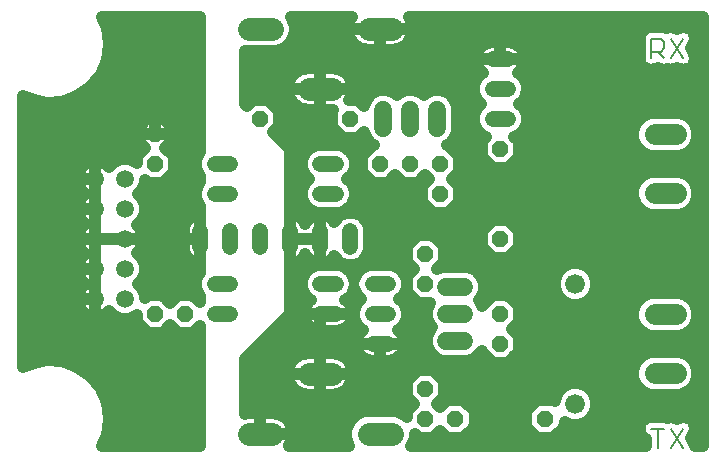
<source format=gtl>
G75*
%MOIN*%
%OFA0B0*%
%FSLAX24Y24*%
%IPPOS*%
%LPD*%
%AMOC8*
5,1,8,0,0,1.08239X$1,22.5*
%
%ADD10C,0.0060*%
%ADD11C,0.0705*%
%ADD12OC8,0.0520*%
%ADD13C,0.0520*%
%ADD14C,0.0600*%
%ADD15OC8,0.0560*%
%ADD16C,0.0780*%
%ADD17C,0.0594*%
%ADD18C,0.0660*%
%ADD19C,0.0400*%
D10*
X022744Y000830D02*
X022744Y001471D01*
X022957Y001471D02*
X022530Y001471D01*
X023175Y001471D02*
X023602Y000830D01*
X023175Y000830D02*
X023602Y001471D01*
X023602Y013830D02*
X023175Y014471D01*
X022957Y014364D02*
X022957Y014150D01*
X022851Y014044D01*
X022530Y014044D01*
X022744Y014044D02*
X022957Y013830D01*
X023175Y013830D02*
X023602Y014471D01*
X022957Y014364D02*
X022851Y014471D01*
X022530Y014471D01*
X022530Y013830D01*
D11*
X022648Y011284D02*
X023353Y011284D01*
X023353Y009316D02*
X022648Y009316D01*
X022648Y005284D02*
X023353Y005284D01*
X023353Y003316D02*
X022648Y003316D01*
D12*
X017500Y004300D03*
X017500Y005300D03*
X015000Y006300D03*
X015000Y007300D03*
X017500Y007800D03*
X015500Y009300D03*
X015500Y010300D03*
X014500Y010300D03*
X013500Y010300D03*
X012500Y011800D03*
X009500Y011800D03*
X006000Y011300D03*
X006000Y010300D03*
X006000Y005300D03*
X007000Y005300D03*
X015000Y002800D03*
X015000Y001800D03*
X017500Y010800D03*
D13*
X017760Y011800D02*
X017240Y011800D01*
X017240Y012800D02*
X017760Y012800D01*
X017760Y013800D02*
X017240Y013800D01*
X012020Y010300D02*
X011500Y010300D01*
X011500Y009300D02*
X012020Y009300D01*
X012500Y008060D02*
X012500Y007540D01*
X011500Y007540D02*
X011500Y008060D01*
X010500Y008060D02*
X010500Y007540D01*
X009500Y007540D02*
X009500Y008060D01*
X008500Y008060D02*
X008500Y007540D01*
X007500Y007540D02*
X007500Y008060D01*
X007980Y009300D02*
X008500Y009300D01*
X008500Y010300D02*
X007980Y010300D01*
X007980Y006300D02*
X008500Y006300D01*
X008500Y005300D02*
X007980Y005300D01*
X011500Y005300D02*
X012020Y005300D01*
X013240Y005300D02*
X013760Y005300D01*
X013760Y004300D02*
X013240Y004300D01*
X013240Y006300D02*
X013760Y006300D01*
X012020Y006300D02*
X011500Y006300D01*
D14*
X015700Y006200D02*
X016300Y006200D01*
X016300Y005300D02*
X015700Y005300D01*
X015700Y004400D02*
X016300Y004400D01*
X015400Y011500D02*
X015400Y012100D01*
X014500Y012100D02*
X014500Y011500D01*
X013600Y011500D02*
X013600Y012100D01*
D15*
X016000Y001800D03*
X019000Y001800D03*
D16*
X013890Y001300D02*
X013110Y001300D01*
X011890Y003300D02*
X011110Y003300D01*
X009890Y001300D02*
X009110Y001300D01*
X011110Y012800D02*
X011890Y012800D01*
X013110Y014800D02*
X013890Y014800D01*
X009890Y014800D02*
X009110Y014800D01*
D17*
X005000Y009800D03*
X004000Y009800D03*
X004000Y008800D03*
X005000Y008800D03*
X005000Y007800D03*
X004000Y007800D03*
X004000Y006800D03*
X005000Y006800D03*
X005000Y005800D03*
X004000Y005800D03*
D18*
X020000Y006300D03*
X020000Y002300D03*
D19*
X004388Y001271D02*
X004226Y000900D01*
X007500Y000900D01*
X007500Y004903D01*
X007490Y004913D01*
X007257Y004680D01*
X006743Y004680D01*
X006500Y004923D01*
X006257Y004680D01*
X005743Y004680D01*
X005380Y005043D01*
X005380Y005251D01*
X005372Y005243D01*
X005131Y005143D01*
X004870Y005143D01*
X004628Y005243D01*
X004457Y005414D01*
X004455Y005411D01*
X004389Y005345D01*
X004313Y005290D01*
X004229Y005247D01*
X004140Y005218D01*
X004047Y005203D01*
X004000Y005203D01*
X004000Y005800D01*
X003403Y005800D01*
X003403Y005753D01*
X003418Y005660D01*
X003447Y005571D01*
X003490Y005487D01*
X003545Y005411D01*
X003611Y005345D01*
X003687Y005290D01*
X003771Y005247D01*
X003860Y005218D01*
X003953Y005203D01*
X004000Y005203D01*
X004000Y005800D01*
X004000Y005800D01*
X003403Y005800D01*
X003403Y005847D01*
X003418Y005940D01*
X003447Y006029D01*
X003490Y006113D01*
X003545Y006189D01*
X003611Y006255D01*
X003673Y006300D01*
X003611Y006345D01*
X003545Y006411D01*
X003490Y006487D01*
X003447Y006571D01*
X003418Y006660D01*
X003403Y006753D01*
X003403Y006800D01*
X004000Y006800D01*
X004000Y006800D01*
X003403Y006800D01*
X003403Y006847D01*
X003418Y006940D01*
X003447Y007029D01*
X003490Y007113D01*
X003545Y007189D01*
X003611Y007255D01*
X003673Y007300D01*
X003611Y007345D01*
X003545Y007411D01*
X003490Y007487D01*
X003447Y007571D01*
X003418Y007660D01*
X003403Y007753D01*
X003403Y007800D01*
X004000Y007800D01*
X004000Y007800D01*
X003403Y007800D01*
X003403Y007847D01*
X003418Y007940D01*
X003447Y008029D01*
X003490Y008113D01*
X003545Y008189D01*
X003611Y008255D01*
X003673Y008300D01*
X003611Y008345D01*
X003545Y008411D01*
X003490Y008487D01*
X003447Y008571D01*
X003418Y008660D01*
X003403Y008753D01*
X003403Y008800D01*
X004000Y008800D01*
X004000Y008800D01*
X003403Y008800D01*
X003403Y008847D01*
X003418Y008940D01*
X003447Y009029D01*
X003490Y009113D01*
X003545Y009189D01*
X003611Y009255D01*
X003673Y009300D01*
X003611Y009345D01*
X003545Y009411D01*
X003490Y009487D01*
X003447Y009571D01*
X003418Y009660D01*
X003403Y009753D01*
X003403Y009800D01*
X004000Y009800D01*
X004000Y009800D01*
X003403Y009800D01*
X003403Y009847D01*
X003418Y009940D01*
X003447Y010029D01*
X003490Y010113D01*
X003545Y010189D01*
X003611Y010255D01*
X003687Y010310D01*
X003771Y010353D01*
X003860Y010382D01*
X003953Y010397D01*
X004000Y010397D01*
X004000Y009800D01*
X004000Y009800D01*
X004000Y009800D01*
X004000Y008800D01*
X004000Y008800D01*
X004000Y007800D01*
X004000Y007800D01*
X004000Y006800D01*
X004000Y006800D01*
X004000Y005800D01*
X004000Y005800D01*
X004000Y005800D01*
X004000Y006203D01*
X004000Y006800D01*
X004000Y006800D01*
X004000Y007203D01*
X004000Y007800D01*
X004000Y007800D01*
X004000Y008203D01*
X004000Y008800D01*
X004000Y008800D01*
X004000Y009397D01*
X004000Y009800D01*
X004000Y010397D01*
X004047Y010397D01*
X004140Y010382D01*
X004229Y010353D01*
X004313Y010310D01*
X004389Y010255D01*
X004455Y010189D01*
X004457Y010186D01*
X004628Y010357D01*
X004870Y010457D01*
X005131Y010457D01*
X005372Y010357D01*
X005380Y010349D01*
X005380Y010557D01*
X005666Y010842D01*
X005440Y011068D01*
X005440Y011300D01*
X006000Y011300D01*
X006000Y011300D01*
X005440Y011300D01*
X005440Y011532D01*
X005768Y011860D01*
X006000Y011860D01*
X006000Y011300D01*
X006000Y011300D01*
X006000Y011860D01*
X006232Y011860D01*
X006560Y011532D01*
X006560Y011300D01*
X006000Y011300D01*
X006000Y011300D01*
X006560Y011300D01*
X006560Y011068D01*
X006335Y010842D01*
X006620Y010557D01*
X006620Y010043D01*
X006257Y009680D01*
X005743Y009680D01*
X005657Y009766D01*
X005657Y009669D01*
X005557Y009428D01*
X005429Y009300D01*
X005557Y009172D01*
X005657Y008931D01*
X005657Y008669D01*
X005557Y008428D01*
X005386Y008257D01*
X005389Y008255D01*
X005455Y008189D01*
X005511Y008113D01*
X005553Y008029D01*
X005582Y007940D01*
X005597Y007847D01*
X005597Y007800D01*
X005000Y007800D01*
X004000Y007800D01*
X004597Y007800D01*
X005000Y007800D01*
X005000Y007800D01*
X005597Y007800D01*
X005597Y007753D01*
X005582Y007660D01*
X005553Y007571D01*
X005511Y007487D01*
X005455Y007411D01*
X005389Y007345D01*
X005386Y007343D01*
X005557Y007172D01*
X005657Y006931D01*
X005657Y006669D01*
X005557Y006428D01*
X005429Y006300D01*
X005557Y006172D01*
X005657Y005931D01*
X005657Y005834D01*
X005743Y005920D01*
X006257Y005920D01*
X006500Y005677D01*
X006743Y005920D01*
X007257Y005920D01*
X007490Y005687D01*
X007500Y005697D01*
X007500Y005903D01*
X007455Y005949D01*
X007360Y006177D01*
X007360Y006423D01*
X007455Y006651D01*
X007500Y006697D01*
X007500Y007800D01*
X006940Y007800D01*
X007500Y007800D01*
X007500Y007800D01*
X007500Y008620D01*
X007456Y008620D01*
X007369Y008606D01*
X007285Y008579D01*
X007207Y008539D01*
X007135Y008487D01*
X007073Y008425D01*
X007021Y008354D01*
X006981Y008275D01*
X006954Y008191D01*
X006940Y008104D01*
X006940Y007800D01*
X006940Y007496D01*
X006954Y007409D01*
X006981Y007325D01*
X007021Y007246D01*
X007073Y007175D01*
X007135Y007113D01*
X007207Y007061D01*
X007285Y007021D01*
X007369Y006994D01*
X007456Y006980D01*
X007500Y006980D01*
X007500Y007800D01*
X007500Y007800D01*
X007500Y007800D01*
X007500Y008903D01*
X007455Y008949D01*
X007360Y009177D01*
X007360Y009423D01*
X007455Y009651D01*
X007500Y009697D01*
X007500Y009903D01*
X007455Y009949D01*
X007360Y010177D01*
X007360Y010423D01*
X007455Y010651D01*
X007500Y010697D01*
X007500Y015196D01*
X004228Y015196D01*
X004388Y014829D01*
X004460Y014300D01*
X004388Y013771D01*
X004388Y013771D01*
X004175Y013282D01*
X004175Y013282D01*
X003838Y012868D01*
X003838Y012868D01*
X003838Y012868D01*
X003402Y012560D01*
X003402Y012560D01*
X002899Y012381D01*
X002899Y012381D01*
X002366Y012345D01*
X002366Y012345D01*
X001844Y012453D01*
X001844Y012453D01*
X001600Y012579D01*
X001600Y003521D01*
X001844Y003647D01*
X001844Y003647D01*
X002366Y003755D01*
X002366Y003755D01*
X002899Y003719D01*
X002899Y003719D01*
X003402Y003540D01*
X003402Y003540D01*
X003838Y003232D01*
X003838Y003232D01*
X004175Y002818D01*
X004175Y002818D01*
X004388Y002329D01*
X004388Y002329D01*
X004460Y001800D01*
X004388Y001271D01*
X004388Y001271D01*
X004312Y001097D02*
X007500Y001097D01*
X007500Y001496D02*
X004418Y001496D01*
X004447Y001894D02*
X007500Y001894D01*
X007500Y002293D02*
X004393Y002293D01*
X004230Y002691D02*
X007500Y002691D01*
X007500Y003090D02*
X003954Y003090D01*
X003476Y003488D02*
X007500Y003488D01*
X007500Y003887D02*
X001600Y003887D01*
X001600Y004285D02*
X007500Y004285D01*
X007500Y004684D02*
X007261Y004684D01*
X006740Y004684D02*
X006261Y004684D01*
X005740Y004684D02*
X001600Y004684D01*
X001600Y005082D02*
X005380Y005082D01*
X005657Y005879D02*
X005702Y005879D01*
X005452Y006278D02*
X007360Y006278D01*
X007298Y005879D02*
X007500Y005879D01*
X006702Y005879D02*
X006298Y005879D01*
X005657Y006676D02*
X007479Y006676D01*
X007500Y007075D02*
X007500Y007075D01*
X007188Y007075D02*
X005598Y007075D01*
X005500Y007473D02*
X006944Y007473D01*
X006940Y007872D02*
X005593Y007872D01*
X005399Y008270D02*
X006980Y008270D01*
X007500Y008270D02*
X007500Y008270D01*
X007500Y008669D02*
X005657Y008669D01*
X005601Y009067D02*
X007406Y009067D01*
X007378Y009466D02*
X005573Y009466D01*
X006441Y009864D02*
X007500Y009864D01*
X007360Y010263D02*
X006620Y010263D01*
X006516Y010661D02*
X007464Y010661D01*
X007500Y011060D02*
X006552Y011060D01*
X006560Y011458D02*
X007500Y011458D01*
X007500Y011857D02*
X006236Y011857D01*
X006000Y011857D02*
X006000Y011857D01*
X005765Y011857D02*
X001600Y011857D01*
X001600Y011458D02*
X005440Y011458D01*
X006000Y011458D02*
X006000Y011458D01*
X005449Y011060D02*
X001600Y011060D01*
X001600Y010661D02*
X005484Y010661D01*
X004534Y010263D02*
X004379Y010263D01*
X004000Y010263D02*
X004000Y010263D01*
X003621Y010263D02*
X001600Y010263D01*
X001600Y009864D02*
X003406Y009864D01*
X004000Y009864D02*
X004000Y009864D01*
X004000Y009466D02*
X004000Y009466D01*
X004000Y009067D02*
X004000Y009067D01*
X003466Y009067D02*
X001600Y009067D01*
X001600Y009466D02*
X003506Y009466D01*
X003417Y008669D02*
X001600Y008669D01*
X001600Y008270D02*
X003632Y008270D01*
X004000Y008270D02*
X004000Y008270D01*
X004000Y008669D02*
X004000Y008669D01*
X004000Y007872D02*
X004000Y007872D01*
X004000Y007800D02*
X004000Y007800D01*
X004000Y007473D02*
X004000Y007473D01*
X003500Y007473D02*
X001600Y007473D01*
X001600Y007872D02*
X003407Y007872D01*
X003470Y007075D02*
X001600Y007075D01*
X001600Y006676D02*
X003416Y006676D01*
X004000Y006676D02*
X004000Y006676D01*
X004000Y007075D02*
X004000Y007075D01*
X004000Y006278D02*
X004000Y006278D01*
X003642Y006278D02*
X001600Y006278D01*
X001600Y005879D02*
X003408Y005879D01*
X003495Y005481D02*
X001600Y005481D01*
X004000Y005481D02*
X004000Y005481D01*
X004000Y005879D02*
X004000Y005879D01*
X005000Y007800D02*
X005000Y007800D01*
X007500Y007872D02*
X007500Y007872D01*
X007500Y007473D02*
X007500Y007473D01*
X010500Y007473D02*
X010500Y007473D01*
X010500Y007800D02*
X010500Y006980D01*
X010544Y006980D01*
X010631Y006994D01*
X010715Y007021D01*
X010794Y007061D01*
X010865Y007113D01*
X010927Y007175D01*
X010979Y007246D01*
X011000Y007288D01*
X011021Y007246D01*
X011073Y007175D01*
X011135Y007113D01*
X011207Y007061D01*
X011285Y007021D01*
X011369Y006994D01*
X011456Y006980D01*
X011500Y006980D01*
X011500Y007800D01*
X010940Y007800D01*
X010500Y007800D01*
X010500Y007800D01*
X010500Y005300D01*
X009000Y003800D01*
X009000Y001981D01*
X009065Y001990D01*
X009500Y001990D01*
X009500Y001300D01*
X009500Y001300D01*
X009500Y001990D01*
X009935Y001990D01*
X010025Y001978D01*
X010113Y001955D01*
X010196Y001920D01*
X010274Y001875D01*
X010346Y001820D01*
X010410Y001756D01*
X010465Y001684D01*
X010510Y001606D01*
X010545Y001522D01*
X010568Y001435D01*
X010580Y001345D01*
X010580Y001300D01*
X009500Y001300D01*
X009500Y001300D01*
X010580Y001300D01*
X010580Y001255D01*
X010568Y001165D01*
X010545Y001078D01*
X010510Y000994D01*
X010465Y000916D01*
X010453Y000900D01*
X012464Y000900D01*
X012360Y001151D01*
X012360Y001449D01*
X012474Y001725D01*
X012685Y001936D01*
X012961Y002050D01*
X014039Y002050D01*
X014315Y001936D01*
X014380Y001871D01*
X014380Y002057D01*
X014623Y002300D01*
X014380Y002543D01*
X014380Y003057D01*
X014743Y003420D01*
X015257Y003420D01*
X015620Y003057D01*
X015620Y002543D01*
X015377Y002300D01*
X015486Y002191D01*
X015735Y002440D01*
X016265Y002440D01*
X016640Y002065D01*
X016640Y001535D01*
X016265Y001160D01*
X015735Y001160D01*
X015486Y001409D01*
X015257Y001180D01*
X014743Y001180D01*
X014640Y001283D01*
X014640Y001151D01*
X014536Y000900D01*
X022354Y000900D01*
X022354Y001122D01*
X022309Y001140D01*
X022200Y001250D01*
X022140Y001393D01*
X022140Y001548D01*
X022200Y001691D01*
X022309Y001801D01*
X022453Y001861D01*
X023035Y001861D01*
X023068Y001847D01*
X023175Y001868D01*
X023327Y001838D01*
X023388Y001797D01*
X023449Y001838D01*
X023601Y001868D01*
X023754Y001838D01*
X023883Y001752D01*
X023969Y001623D01*
X023999Y001471D01*
X023969Y001319D01*
X023857Y001150D01*
X023969Y000982D01*
X023986Y000900D01*
X024270Y000900D01*
X024270Y015196D01*
X014456Y015196D01*
X014465Y015184D01*
X014510Y015106D01*
X014545Y015022D01*
X014568Y014935D01*
X014580Y014845D01*
X014580Y014800D01*
X013500Y014800D01*
X012420Y014800D01*
X012420Y014755D01*
X012432Y014665D01*
X012455Y014578D01*
X012490Y014494D01*
X012535Y014416D01*
X012590Y014344D01*
X012654Y014280D01*
X012726Y014225D01*
X012804Y014180D01*
X012888Y014145D01*
X012975Y014122D01*
X013065Y014110D01*
X013500Y014110D01*
X013500Y014800D01*
X013500Y014800D01*
X012420Y014800D01*
X012420Y014845D01*
X012432Y014935D01*
X012455Y015022D01*
X012490Y015106D01*
X012535Y015184D01*
X012544Y015196D01*
X010538Y015196D01*
X010640Y014949D01*
X010640Y014651D01*
X010526Y014375D01*
X010315Y014164D01*
X010039Y014050D01*
X009000Y014050D01*
X009000Y012300D01*
X009062Y012238D01*
X009243Y012420D01*
X009757Y012420D01*
X010120Y012057D01*
X010120Y011543D01*
X009939Y011362D01*
X010500Y010800D01*
X010500Y007800D01*
X010500Y007800D01*
X010500Y008620D01*
X010544Y008620D01*
X010631Y008606D01*
X010715Y008579D01*
X010794Y008539D01*
X010865Y008487D01*
X010927Y008425D01*
X010979Y008354D01*
X011000Y008312D01*
X011021Y008354D01*
X011073Y008425D01*
X011135Y008487D01*
X011207Y008539D01*
X011285Y008579D01*
X011369Y008606D01*
X011456Y008620D01*
X011500Y008620D01*
X011500Y007800D01*
X011500Y007800D01*
X010500Y007800D01*
X010500Y007800D01*
X010500Y007872D02*
X010500Y007872D01*
X010500Y008270D02*
X010500Y008270D01*
X010500Y008669D02*
X012349Y008669D01*
X012377Y008680D02*
X012149Y008586D01*
X011975Y008411D01*
X011961Y008378D01*
X011927Y008425D01*
X011865Y008487D01*
X011794Y008539D01*
X011715Y008579D01*
X011631Y008606D01*
X011544Y008620D01*
X011500Y008620D01*
X011500Y007800D01*
X011500Y007800D01*
X011500Y007800D01*
X011500Y006980D01*
X011544Y006980D01*
X011631Y006994D01*
X011715Y007021D01*
X011794Y007061D01*
X011865Y007113D01*
X011927Y007175D01*
X011961Y007222D01*
X011975Y007189D01*
X012149Y007014D01*
X012377Y006920D01*
X012624Y006920D01*
X012851Y007014D01*
X013026Y007189D01*
X013120Y007417D01*
X013120Y008183D01*
X013026Y008411D01*
X012851Y008586D01*
X012624Y008680D01*
X012377Y008680D01*
X012371Y008774D02*
X012546Y008949D01*
X012640Y009177D01*
X012640Y009423D01*
X012546Y009651D01*
X012397Y009800D01*
X012546Y009949D01*
X012640Y010177D01*
X012640Y010423D01*
X012546Y010651D01*
X012371Y010826D01*
X012144Y010920D01*
X011377Y010920D01*
X011149Y010826D01*
X010975Y010651D01*
X010880Y010423D01*
X010880Y010177D01*
X010975Y009949D01*
X011123Y009800D01*
X010975Y009651D01*
X010880Y009423D01*
X010880Y009177D01*
X010975Y008949D01*
X011149Y008774D01*
X011377Y008680D01*
X012144Y008680D01*
X012371Y008774D01*
X012651Y008669D02*
X022348Y008669D01*
X022244Y008712D02*
X022506Y008603D01*
X023494Y008603D01*
X023756Y008712D01*
X023957Y008912D01*
X024065Y009174D01*
X024065Y009457D01*
X023957Y009719D01*
X023756Y009920D01*
X023494Y010028D01*
X022506Y010028D01*
X022244Y009920D01*
X022044Y009719D01*
X021935Y009457D01*
X021935Y009174D01*
X022044Y008912D01*
X022244Y008712D01*
X021980Y009067D02*
X016120Y009067D01*
X016120Y009043D02*
X016120Y009557D01*
X015877Y009800D01*
X016120Y010043D01*
X016120Y010557D01*
X015757Y010920D01*
X015725Y010920D01*
X015774Y010940D01*
X015960Y011126D01*
X016060Y011369D01*
X016060Y012231D01*
X015960Y012474D01*
X015774Y012660D01*
X015532Y012760D01*
X015269Y012760D01*
X015026Y012660D01*
X014950Y012583D01*
X014874Y012660D01*
X014632Y012760D01*
X014369Y012760D01*
X014126Y012660D01*
X014050Y012583D01*
X013974Y012660D01*
X013732Y012760D01*
X013469Y012760D01*
X013226Y012660D01*
X013041Y012474D01*
X012942Y012235D01*
X012757Y012420D01*
X012468Y012420D01*
X012510Y012494D01*
X012545Y012578D01*
X012568Y012665D01*
X012580Y012755D01*
X012580Y012800D01*
X012580Y012845D01*
X012568Y012935D01*
X012545Y013022D01*
X012510Y013106D01*
X012465Y013184D01*
X012410Y013256D01*
X012346Y013320D01*
X012274Y013375D01*
X012196Y013420D01*
X012113Y013455D01*
X012025Y013478D01*
X011935Y013490D01*
X011500Y013490D01*
X011065Y013490D01*
X010975Y013478D01*
X010888Y013455D01*
X010804Y013420D01*
X010726Y013375D01*
X010654Y013320D01*
X010590Y013256D01*
X010535Y013184D01*
X010490Y013106D01*
X010455Y013022D01*
X010432Y012935D01*
X010420Y012845D01*
X010420Y012800D01*
X010420Y012755D01*
X010432Y012665D01*
X010455Y012578D01*
X010490Y012494D01*
X010535Y012416D01*
X010590Y012344D01*
X010654Y012280D01*
X010726Y012225D01*
X010804Y012180D01*
X010888Y012145D01*
X010975Y012122D01*
X011065Y012110D01*
X011500Y012110D01*
X011500Y012800D01*
X010420Y012800D01*
X011500Y012800D01*
X011500Y012800D01*
X011500Y013490D01*
X011500Y012800D01*
X011500Y012800D01*
X011500Y012800D01*
X011500Y012110D01*
X011933Y012110D01*
X011880Y012057D01*
X011880Y011543D01*
X012243Y011180D01*
X012757Y011180D01*
X012942Y011365D01*
X013041Y011126D01*
X013226Y010940D01*
X013276Y010920D01*
X013243Y010920D01*
X012880Y010557D01*
X012880Y010043D01*
X013243Y009680D01*
X013757Y009680D01*
X014000Y009923D01*
X014243Y009680D01*
X014757Y009680D01*
X015000Y009923D01*
X015123Y009800D01*
X014880Y009557D01*
X014880Y009043D01*
X015243Y008680D01*
X015757Y008680D01*
X016120Y009043D01*
X016120Y009466D02*
X021939Y009466D01*
X022188Y009864D02*
X015941Y009864D01*
X016120Y010263D02*
X017161Y010263D01*
X017243Y010180D02*
X017757Y010180D01*
X018120Y010543D01*
X018120Y011057D01*
X017964Y011213D01*
X018111Y011274D01*
X018286Y011449D01*
X018380Y011677D01*
X018380Y011923D01*
X018286Y012151D01*
X018137Y012300D01*
X018286Y012449D01*
X018380Y012677D01*
X018380Y012923D01*
X018286Y013151D01*
X018111Y013326D01*
X018079Y013339D01*
X018125Y013373D01*
X018187Y013435D01*
X018239Y013506D01*
X018279Y013585D01*
X018306Y013669D01*
X018320Y013756D01*
X018320Y013800D01*
X018320Y013844D01*
X018306Y013931D01*
X018279Y014015D01*
X018239Y014094D01*
X018187Y014165D01*
X018125Y014227D01*
X018054Y014279D01*
X017975Y014319D01*
X017891Y014346D01*
X017804Y014360D01*
X017500Y014360D01*
X017196Y014360D01*
X017109Y014346D01*
X017025Y014319D01*
X016947Y014279D01*
X016875Y014227D01*
X016813Y014165D01*
X016761Y014094D01*
X016721Y014015D01*
X016694Y013931D01*
X016680Y013844D01*
X016680Y013800D01*
X016680Y013756D01*
X016694Y013669D01*
X016721Y013585D01*
X016761Y013506D01*
X016813Y013435D01*
X016875Y013373D01*
X016922Y013339D01*
X016889Y013326D01*
X016715Y013151D01*
X016620Y012923D01*
X016620Y012677D01*
X016715Y012449D01*
X016863Y012300D01*
X016715Y012151D01*
X016620Y011923D01*
X016620Y011677D01*
X016715Y011449D01*
X016889Y011274D01*
X017037Y011213D01*
X016880Y011057D01*
X016880Y010543D01*
X017243Y010180D01*
X017840Y010263D02*
X024270Y010263D01*
X024270Y009864D02*
X023812Y009864D01*
X024062Y009466D02*
X024270Y009466D01*
X024270Y009067D02*
X024021Y009067D01*
X024270Y008669D02*
X023652Y008669D01*
X024270Y008270D02*
X017907Y008270D01*
X017757Y008420D02*
X017243Y008420D01*
X016880Y008057D01*
X016880Y007543D01*
X017243Y007180D01*
X017757Y007180D01*
X018120Y007543D01*
X018120Y008057D01*
X017757Y008420D01*
X017093Y008270D02*
X013084Y008270D01*
X013120Y007872D02*
X014695Y007872D01*
X014743Y007920D02*
X014380Y007557D01*
X014380Y007043D01*
X014623Y006800D01*
X014380Y006557D01*
X014380Y006043D01*
X014743Y005680D01*
X015147Y005680D01*
X015141Y005674D01*
X015040Y005431D01*
X015040Y005169D01*
X015141Y004926D01*
X015217Y004850D01*
X015141Y004774D01*
X015040Y004531D01*
X015040Y004269D01*
X015141Y004026D01*
X015326Y003840D01*
X015569Y003740D01*
X016432Y003740D01*
X016674Y003840D01*
X016860Y004026D01*
X016880Y004076D01*
X016880Y004043D01*
X017243Y003680D01*
X017757Y003680D01*
X018120Y004043D01*
X018120Y004557D01*
X017877Y004800D01*
X018120Y005043D01*
X018120Y005557D01*
X017757Y005920D01*
X017243Y005920D01*
X016900Y005577D01*
X016860Y005674D01*
X016784Y005750D01*
X016860Y005826D01*
X016960Y006069D01*
X016960Y006331D01*
X016860Y006574D01*
X016674Y006760D01*
X016432Y006860D01*
X015569Y006860D01*
X015391Y006786D01*
X015377Y006800D01*
X015620Y007043D01*
X015620Y007557D01*
X015257Y007920D01*
X014743Y007920D01*
X015306Y007872D02*
X016880Y007872D01*
X016950Y007473D02*
X015620Y007473D01*
X015620Y007075D02*
X024270Y007075D01*
X024270Y006676D02*
X020591Y006676D01*
X020585Y006691D02*
X020391Y006885D01*
X020137Y006990D01*
X019863Y006990D01*
X019609Y006885D01*
X019415Y006691D01*
X019310Y006437D01*
X019310Y006163D01*
X019415Y005909D01*
X019609Y005715D01*
X019863Y005610D01*
X020137Y005610D01*
X020391Y005715D01*
X020585Y005909D01*
X020690Y006163D01*
X020690Y006437D01*
X020585Y006691D01*
X020690Y006278D02*
X024270Y006278D01*
X024270Y005879D02*
X023766Y005879D01*
X023756Y005888D02*
X023494Y005997D01*
X022506Y005997D01*
X022244Y005888D01*
X022044Y005688D01*
X021935Y005426D01*
X021935Y005143D01*
X022044Y004881D01*
X022244Y004680D01*
X022506Y004572D01*
X023494Y004572D01*
X023756Y004680D01*
X023957Y004881D01*
X024065Y005143D01*
X024065Y005426D01*
X023957Y005688D01*
X023756Y005888D01*
X024043Y005481D02*
X024270Y005481D01*
X024270Y005082D02*
X024040Y005082D01*
X024270Y004684D02*
X023760Y004684D01*
X024270Y004285D02*
X018120Y004285D01*
X017964Y003887D02*
X022211Y003887D01*
X022244Y003920D02*
X022044Y003719D01*
X021935Y003457D01*
X021935Y003174D01*
X022044Y002912D01*
X022244Y002712D01*
X022506Y002603D01*
X023494Y002603D01*
X023756Y002712D01*
X023957Y002912D01*
X024065Y003174D01*
X024065Y003457D01*
X023957Y003719D01*
X023756Y003920D01*
X023494Y004028D01*
X022506Y004028D01*
X022244Y003920D01*
X021948Y003488D02*
X012554Y003488D01*
X012545Y003522D02*
X012510Y003606D01*
X012465Y003684D01*
X012410Y003756D01*
X012346Y003820D01*
X012274Y003875D01*
X012196Y003920D01*
X012113Y003955D01*
X012025Y003978D01*
X011935Y003990D01*
X011500Y003990D01*
X011065Y003990D01*
X010975Y003978D01*
X010888Y003955D01*
X010804Y003920D01*
X010726Y003875D01*
X010654Y003820D01*
X010590Y003756D01*
X010535Y003684D01*
X010490Y003606D01*
X010455Y003522D01*
X010432Y003435D01*
X010420Y003345D01*
X010420Y003300D01*
X010420Y003255D01*
X010432Y003165D01*
X010455Y003078D01*
X010490Y002994D01*
X010535Y002916D01*
X010590Y002844D01*
X010654Y002780D01*
X010726Y002725D01*
X010804Y002680D01*
X010888Y002645D01*
X010975Y002622D01*
X011065Y002610D01*
X011500Y002610D01*
X011500Y003300D01*
X010420Y003300D01*
X011500Y003300D01*
X011500Y003300D01*
X011500Y003300D01*
X011500Y003990D01*
X011500Y003300D01*
X011500Y003300D01*
X011500Y002610D01*
X011935Y002610D01*
X012025Y002622D01*
X012113Y002645D01*
X012196Y002680D01*
X012274Y002725D01*
X012346Y002780D01*
X012410Y002844D01*
X012465Y002916D01*
X012510Y002994D01*
X012545Y003078D01*
X012568Y003165D01*
X012580Y003255D01*
X012580Y003300D01*
X012580Y003345D01*
X012568Y003435D01*
X012545Y003522D01*
X012580Y003300D02*
X011500Y003300D01*
X011500Y003300D01*
X012580Y003300D01*
X012548Y003090D02*
X014413Y003090D01*
X014380Y002691D02*
X012215Y002691D01*
X011500Y002691D02*
X011500Y002691D01*
X011500Y003090D02*
X011500Y003090D01*
X011500Y003488D02*
X011500Y003488D01*
X011500Y003887D02*
X011500Y003887D01*
X010746Y003887D02*
X009087Y003887D01*
X009485Y004285D02*
X012680Y004285D01*
X012680Y004300D02*
X012680Y004256D01*
X012694Y004169D01*
X012721Y004085D01*
X012761Y004006D01*
X012813Y003935D01*
X012875Y003873D01*
X012947Y003821D01*
X013025Y003781D01*
X013109Y003754D01*
X013196Y003740D01*
X013500Y003740D01*
X013500Y004300D01*
X012680Y004300D01*
X013500Y004300D01*
X013500Y004300D01*
X013500Y004300D01*
X013500Y003740D01*
X013804Y003740D01*
X013891Y003754D01*
X013975Y003781D01*
X014054Y003821D01*
X014125Y003873D01*
X014187Y003935D01*
X014239Y004006D01*
X014279Y004085D01*
X014306Y004169D01*
X014320Y004256D01*
X014320Y004300D01*
X014320Y004344D01*
X014306Y004431D01*
X014279Y004515D01*
X014239Y004594D01*
X014187Y004665D01*
X014125Y004727D01*
X014079Y004761D01*
X014111Y004774D01*
X014286Y004949D01*
X014380Y005177D01*
X014380Y005423D01*
X014286Y005651D01*
X014137Y005800D01*
X014286Y005949D01*
X014380Y006177D01*
X014380Y006423D01*
X014286Y006651D01*
X014111Y006826D01*
X013884Y006920D01*
X013117Y006920D01*
X012889Y006826D01*
X012715Y006651D01*
X012630Y006447D01*
X012546Y006651D01*
X012371Y006826D01*
X012144Y006920D01*
X011377Y006920D01*
X011149Y006826D01*
X010975Y006651D01*
X010880Y006423D01*
X010880Y006177D01*
X010975Y005949D01*
X011149Y005774D01*
X011182Y005761D01*
X011135Y005727D01*
X011073Y005665D01*
X011021Y005594D01*
X010981Y005515D01*
X010954Y005431D01*
X010940Y005344D01*
X010940Y005300D01*
X010940Y005256D01*
X010954Y005169D01*
X010981Y005085D01*
X011021Y005006D01*
X011073Y004935D01*
X011135Y004873D01*
X011207Y004821D01*
X011285Y004781D01*
X011369Y004754D01*
X011456Y004740D01*
X011500Y004740D01*
X011500Y005300D01*
X010940Y005300D01*
X011500Y005300D01*
X011500Y005300D01*
X011500Y005300D01*
X011500Y004740D01*
X012064Y004740D01*
X012151Y004754D01*
X012235Y004781D01*
X012314Y004821D01*
X012385Y004873D01*
X012447Y004935D01*
X012499Y005006D01*
X012539Y005085D01*
X012566Y005169D01*
X012580Y005256D01*
X012580Y005300D01*
X012580Y005344D01*
X012566Y005431D01*
X012539Y005515D01*
X012499Y005594D01*
X012447Y005665D01*
X012385Y005727D01*
X012339Y005761D01*
X012371Y005774D01*
X012546Y005949D01*
X012630Y006153D01*
X012715Y005949D01*
X012863Y005800D01*
X012715Y005651D01*
X012620Y005423D01*
X012620Y005177D01*
X012715Y004949D01*
X012889Y004774D01*
X012922Y004761D01*
X012875Y004727D01*
X012813Y004665D01*
X012761Y004594D01*
X012721Y004515D01*
X012694Y004431D01*
X012680Y004344D01*
X012680Y004300D01*
X012862Y003887D02*
X012254Y003887D01*
X012832Y004684D02*
X009884Y004684D01*
X010282Y005082D02*
X010983Y005082D01*
X011500Y005082D02*
X011500Y005082D01*
X011500Y005300D02*
X011500Y005300D01*
X012580Y005300D01*
X011500Y005300D01*
X010970Y005481D02*
X010500Y005481D01*
X010500Y005879D02*
X011044Y005879D01*
X010880Y006278D02*
X010500Y006278D01*
X010500Y006676D02*
X010999Y006676D01*
X010812Y007075D02*
X011188Y007075D01*
X011500Y007075D02*
X011500Y007075D01*
X011812Y007075D02*
X012089Y007075D01*
X012521Y006676D02*
X012739Y006676D01*
X012912Y007075D02*
X014380Y007075D01*
X014261Y006676D02*
X014499Y006676D01*
X014380Y006278D02*
X014380Y006278D01*
X014216Y005879D02*
X014544Y005879D01*
X014357Y005481D02*
X015061Y005481D01*
X015076Y005082D02*
X014341Y005082D01*
X014169Y004684D02*
X015103Y004684D01*
X015040Y004285D02*
X014320Y004285D01*
X014320Y004300D02*
X013500Y004300D01*
X014320Y004300D01*
X014139Y003887D02*
X015280Y003887D01*
X015588Y003090D02*
X021970Y003090D01*
X022294Y002691D02*
X020585Y002691D01*
X020391Y002885D01*
X020137Y002990D01*
X019863Y002990D01*
X019609Y002885D01*
X019415Y002691D01*
X019310Y002437D01*
X019310Y002395D01*
X019265Y002440D01*
X018735Y002440D01*
X018360Y002065D01*
X018360Y001535D01*
X018735Y001160D01*
X019265Y001160D01*
X019640Y001535D01*
X019640Y001702D01*
X019863Y001610D01*
X020137Y001610D01*
X020391Y001715D01*
X020585Y001909D01*
X020690Y002163D01*
X020690Y002437D01*
X020585Y002691D01*
X020690Y002293D02*
X024270Y002293D01*
X024270Y002691D02*
X023706Y002691D01*
X024030Y003090D02*
X024270Y003090D01*
X024270Y003488D02*
X024053Y003488D01*
X024270Y003887D02*
X023790Y003887D01*
X022241Y004684D02*
X017994Y004684D01*
X018120Y005082D02*
X021960Y005082D01*
X021958Y005481D02*
X018120Y005481D01*
X017798Y005879D02*
X019445Y005879D01*
X019310Y006278D02*
X016960Y006278D01*
X016882Y005879D02*
X017202Y005879D01*
X016758Y006676D02*
X019409Y006676D01*
X020555Y005879D02*
X022235Y005879D01*
X024270Y007473D02*
X018050Y007473D01*
X018120Y007872D02*
X024270Y007872D01*
X023494Y010572D02*
X022506Y010572D01*
X022244Y010680D01*
X022044Y010881D01*
X021935Y011143D01*
X021935Y011426D01*
X022044Y011688D01*
X022244Y011888D01*
X022506Y011997D01*
X023494Y011997D01*
X023756Y011888D01*
X023957Y011688D01*
X024065Y011426D01*
X024065Y011143D01*
X023957Y010881D01*
X023756Y010680D01*
X023494Y010572D01*
X023710Y010661D02*
X024270Y010661D01*
X024270Y011060D02*
X024031Y011060D01*
X024052Y011458D02*
X024270Y011458D01*
X024270Y011857D02*
X023788Y011857D01*
X024270Y012255D02*
X018182Y012255D01*
X018371Y012654D02*
X024270Y012654D01*
X024270Y013052D02*
X018327Y013052D01*
X018199Y013451D02*
X022427Y013451D01*
X022453Y013440D02*
X022608Y013440D01*
X022744Y013496D01*
X022880Y013440D01*
X023035Y013440D01*
X023068Y013454D01*
X023175Y013432D01*
X023327Y013463D01*
X023388Y013504D01*
X023449Y013463D01*
X023601Y013432D01*
X023754Y013462D01*
X023883Y013549D01*
X023969Y013677D01*
X023999Y013830D01*
X023969Y013982D01*
X023857Y014150D01*
X023969Y014319D01*
X023999Y014471D01*
X023969Y014623D01*
X023883Y014752D01*
X023754Y014838D01*
X023601Y014868D01*
X023449Y014838D01*
X023388Y014797D01*
X023327Y014838D01*
X023175Y014868D01*
X023023Y014838D01*
X023007Y014828D01*
X022928Y014861D01*
X022453Y014861D01*
X022309Y014801D01*
X022200Y014691D01*
X022140Y014548D01*
X022140Y013966D01*
X022140Y013752D01*
X022200Y013609D01*
X022309Y013499D01*
X022453Y013440D01*
X022633Y013451D02*
X022854Y013451D01*
X023060Y013451D02*
X023083Y013451D01*
X023266Y013451D02*
X023511Y013451D01*
X023693Y013451D02*
X024270Y013451D01*
X024270Y013849D02*
X023996Y013849D01*
X023922Y014248D02*
X024270Y014248D01*
X024270Y014646D02*
X023954Y014646D01*
X024270Y015045D02*
X014536Y015045D01*
X014580Y014800D02*
X013500Y014800D01*
X013500Y014800D01*
X013500Y014110D01*
X013935Y014110D01*
X014025Y014122D01*
X014113Y014145D01*
X014196Y014180D01*
X014274Y014225D01*
X014346Y014280D01*
X014410Y014344D01*
X014465Y014416D01*
X014510Y014494D01*
X014545Y014578D01*
X014568Y014665D01*
X014580Y014755D01*
X014580Y014800D01*
X014563Y014646D02*
X022181Y014646D01*
X022140Y014248D02*
X018097Y014248D01*
X018319Y013849D02*
X022140Y013849D01*
X022212Y011857D02*
X018380Y011857D01*
X018290Y011458D02*
X021949Y011458D01*
X021970Y011060D02*
X018118Y011060D01*
X018120Y010661D02*
X022291Y010661D01*
X018320Y013800D02*
X017500Y013800D01*
X016680Y013800D01*
X017500Y013800D01*
X017500Y013800D01*
X017500Y014360D01*
X017500Y013800D01*
X017500Y013800D01*
X018320Y013800D01*
X017500Y013800D02*
X017500Y013800D01*
X017500Y013849D02*
X017500Y013849D01*
X017500Y014248D02*
X017500Y014248D01*
X016903Y014248D02*
X014304Y014248D01*
X013500Y014248D02*
X013500Y014248D01*
X013500Y014646D02*
X013500Y014646D01*
X013500Y014800D02*
X013500Y014800D01*
X012697Y014248D02*
X010398Y014248D01*
X010638Y014646D02*
X012437Y014646D01*
X012465Y015045D02*
X010601Y015045D01*
X009000Y013849D02*
X016681Y013849D01*
X016802Y013451D02*
X012123Y013451D01*
X012533Y013052D02*
X016674Y013052D01*
X016630Y012654D02*
X015780Y012654D01*
X016050Y012255D02*
X016818Y012255D01*
X016620Y011857D02*
X016060Y011857D01*
X016060Y011458D02*
X016711Y011458D01*
X016883Y011060D02*
X015893Y011060D01*
X016016Y010661D02*
X016880Y010661D01*
X015059Y009864D02*
X014941Y009864D01*
X014880Y009466D02*
X012623Y009466D01*
X012595Y009067D02*
X014880Y009067D01*
X014059Y009864D02*
X013941Y009864D01*
X013059Y009864D02*
X012461Y009864D01*
X012640Y010263D02*
X012880Y010263D01*
X012984Y010661D02*
X012536Y010661D01*
X013107Y011060D02*
X010241Y011060D01*
X010500Y010661D02*
X010984Y010661D01*
X010880Y010263D02*
X010500Y010263D01*
X010500Y009864D02*
X011059Y009864D01*
X010898Y009466D02*
X010500Y009466D01*
X010500Y009067D02*
X010926Y009067D01*
X011500Y008270D02*
X011500Y008270D01*
X011500Y007872D02*
X011500Y007872D01*
X011500Y007473D02*
X011500Y007473D01*
X010500Y007075D02*
X010500Y007075D01*
X012476Y005879D02*
X012784Y005879D01*
X012644Y005481D02*
X012550Y005481D01*
X012538Y005082D02*
X012659Y005082D01*
X013500Y004300D02*
X013500Y004300D01*
X013500Y004285D02*
X013500Y004285D01*
X013500Y003887D02*
X013500Y003887D01*
X015620Y002691D02*
X019415Y002691D01*
X018588Y002293D02*
X016413Y002293D01*
X016640Y001894D02*
X018360Y001894D01*
X018400Y001496D02*
X016601Y001496D01*
X015588Y002293D02*
X015385Y002293D01*
X014616Y002293D02*
X009000Y002293D01*
X009000Y002691D02*
X010785Y002691D01*
X010452Y003090D02*
X009000Y003090D01*
X009000Y003488D02*
X010446Y003488D01*
X010241Y001894D02*
X012644Y001894D01*
X012379Y001496D02*
X010552Y001496D01*
X010550Y001097D02*
X012383Y001097D01*
X014357Y001894D02*
X014380Y001894D01*
X014618Y001097D02*
X022354Y001097D01*
X022140Y001496D02*
X019601Y001496D01*
X020570Y001894D02*
X024270Y001894D01*
X024270Y001496D02*
X023995Y001496D01*
X023893Y001097D02*
X024270Y001097D01*
X017037Y003887D02*
X016720Y003887D01*
X014380Y007473D02*
X013120Y007473D01*
X011965Y011458D02*
X010035Y011458D01*
X010120Y011857D02*
X011880Y011857D01*
X011500Y012255D02*
X011500Y012255D01*
X011500Y012654D02*
X011500Y012654D01*
X011500Y012800D02*
X011500Y012800D01*
X012580Y012800D01*
X011500Y012800D01*
X011500Y013052D02*
X011500Y013052D01*
X011500Y013451D02*
X011500Y013451D01*
X010878Y013451D02*
X009000Y013451D01*
X009000Y013052D02*
X010468Y013052D01*
X010435Y012654D02*
X009000Y012654D01*
X009045Y012255D02*
X009078Y012255D01*
X009922Y012255D02*
X010687Y012255D01*
X012565Y012654D02*
X013220Y012654D01*
X012950Y012255D02*
X012922Y012255D01*
X013980Y012654D02*
X014120Y012654D01*
X014880Y012654D02*
X015020Y012654D01*
X007500Y012654D02*
X003535Y012654D01*
X003988Y013052D02*
X007500Y013052D01*
X007500Y013451D02*
X004248Y013451D01*
X004398Y013849D02*
X007500Y013849D01*
X007500Y014248D02*
X004453Y014248D01*
X004413Y014646D02*
X007500Y014646D01*
X007500Y015045D02*
X004294Y015045D01*
X001600Y012255D02*
X007500Y012255D01*
X009500Y001894D02*
X009500Y001894D01*
X009500Y001496D02*
X009500Y001496D01*
M02*

</source>
